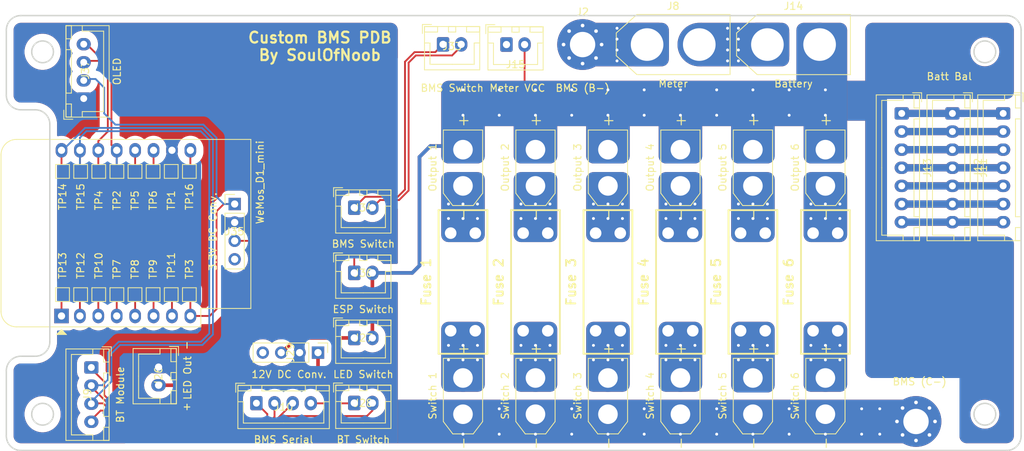
<source format=kicad_pcb>
(kicad_pcb (version 20221018) (generator pcbnew)
  (layers (0 "F.Cu" signal) (31 "B.Cu" signal) (34 "B.Paste" user) (35 "F.Paste" user) (36 "B.SilkS" user "B.Silkscreen") (37 "F.SilkS" user "F.Silkscreen") (38 "B.Mask" user) (39 "F.Mask" user) (44 "Edge.Cuts" user))
  (net 0 "")
  (net 1 "GND")
  (net 2 "+24V")
  (net 3 "Net-(J2-Pad1)")
  (net 4 "Net-(J16-Pad1)")
  (net 5 "Net-(J17-Pad2)")
  (net 6 "+5V")
  (net 7 "GND1")
  (net 8 "Net-(J14-Pad1)")
  (net 9 "Net-(J11-Pad1)")
  (net 10 "Net-(J11-Pad2)")
  (net 11 "Net-(J11-Pad3)")
  (net 12 "Net-(J11-Pad4)")
  (net 13 "Net-(J11-Pad5)")
  (net 14 "Net-(J11-Pad6)")
  (net 15 "Net-(J11-Pad7)")
  (net 16 "Net-(J3-Pad1)")
  (net 17 "Net-(J18-Pad1)")
  (net 18 "Net-(J19-Pad1)")
  (net 19 "Net-(J20-Pad1)")
  (net 20 "Net-(J19-Pad2)")
  (net 21 "Net-(J20-Pad2)")
  (net 22 "Net-(J21-Pad2)")
  (net 23 "+12V")
  (net 25 "Net-(J10-Pad4)")
  (net 26 "Net-(J27-Pad1)")
  (net 28 "Net-(J31-Pad2)")
  (net 29 "Net-(J33-Pad1)")
  (net 30 "Net-(J33-Pad2)")
  (net 31 "VDD")
  (net 32 "+3.3V")
  (net 33 "Net-(J35-Pad3)")
  (net 35 "Net-(J37-Pad3)")
  (net 36 "Net-(J37-Pad4)")
  (net 37 "Net-(J30-Pad2)")
  (net 38 "Net-(TP5-Pad1)")
  (net 39 "Net-(TP6-Pad1)")
  (net 40 "Net-(J18-Pad2)")
  (net 41 "Net-(TP7-Pad1)")
  (net 42 "Net-(TP8-Pad1)")
  (net 43 "Net-(TP9-Pad1)")
  (net 44 "Net-(TP10-Pad1)")
  (net 45 "Net-(TP11-Pad1)")
  (net 46 "Net-(TP12-Pad1)")
  (net 47 "Net-(TP13-Pad1)")
  (footprint "Connector_JST:JST_XH_B4B-XH-A_1x04_P2.50mm_Vertical" (layer "F.Cu") (at 92.725 119.05 -90)
    (fp_text reference "J9")
    (fp_text value "BT Module")
  )
  (footprint "Connector_JST:JST_XH_B2B-XH-A_1x02_P2.50mm_Vertical" (layer "F.Cu") (at 129 97)
    (fp_text reference "J34")
    (fp_text value "BMS Switch")
  )
  (footprint "TestPoint:TestPoint_Pad_1.5x1.5mm" (layer "F.Cu") (at 101.25 92)
    (fp_text reference "TP6")
    (fp_text value "TestPoint")
  )
  (footprint "MountingHole:MountingHole_3.5mm_Pad_Via" (layer "F.Cu") (at 206.5 126.5)
    (fp_text reference "J1")
    (fp_text value "BMS (C-)")
  )
  (footprint "Connector_JST:JST_XH_B2B-XH-A_1x02_P2.50mm_Vertical" (layer "F.Cu") (at 129 106)
    (fp_text reference "J36")
    (fp_text value "ESP Switch")
  )
  (footprint "Fuseholder3557:Fuseholder3557" (layer "F.Cu") (at 194 107.25 90)
    (fp_text reference "J31")
    (fp_text value "Fuse 6")
  )
  (footprint "Module:WEMOS_D1_mini_light" (layer "F.Cu") (at 88.61 111.945 90)
    (fp_text reference "U1" hide)
    (fp_text value "WeMos_D1_mini")
  )
  (footprint "Connector_PinHeader_2.54mm:PinHeader_1x04_P2.54mm_Vertical" (layer "F.Cu") (at 112.5 96.5)
    (fp_text reference "J35")
    (fp_text value "3.3V DC Conv.")
  )
  (footprint "Connector_JST:JST_XH_B2B-XH-A_1x02_P2.50mm_Vertical" (layer "F.Cu") (at 102 119 -90)
    (fp_text reference "J26")
    (fp_text value "LED Out")
  )
  (footprint "Connector_AMASS:AMASS_XT30U-M_1x02_P5.0mm_Vertical_CUSTOM" (layer "F.Cu") (at 184 125.5 90)
    (fp_text reference "J17")
    (fp_text value "Switch 5")
  )
  (footprint "TestPoint:TestPoint_Pad_1.5x1.5mm" (layer "F.Cu") (at 88.75 92)
    (fp_text reference "TP14")
    (fp_text value "TestPoint")
  )
  (footprint "Connector_JST:JST_XH_B4B-XH-A_1x04_P2.50mm_Vertical" (layer "F.Cu") (at 115.5 123.975)
    (fp_text reference "J10")
    (fp_text value "BMS Serial")
  )
  (footprint "Connector_AMASS:AMASS_XT30U-M_1x02_P5.0mm_Vertical_CUSTOM" (layer "F.Cu") (at 194 125.5 90)
    (fp_text reference "J30")
    (fp_text value "Switch 6")
  )
  (footprint "TestPoint:TestPoint_Pad_1.5x1.5mm" (layer "F.Cu") (at 106.25 92)
    (fp_text reference "TP16")
    (fp_text value "TestPoint")
  )
  (footprint "Connector_JST:JST_XH_B7B-XH-A_1x07_P2.50mm_Vertical" (layer "F.Cu") (at 204.525 84 -90)
    (fp_text reference "J13")
    (fp_text value "Batt Bal")
  )
  (footprint "Connector_JST:JST_XH_B4B-XH-A_1x04_P2.50mm_Vertical" (layer "F.Cu") (at 91.675 81.95 90)
    (fp_text reference "J37")
    (fp_text value "OLED")
  )
  (footprint "Fuseholder3557:Fuseholder3557" (layer "F.Cu") (at 164 107.25 90)
    (fp_text reference "J19")
    (fp_text value "Fuse 3")
  )
  (footprint "Connector_AMASS:AMASS_XT30U-M_1x02_P5.0mm_Vertical_CUSTOM" (layer "F.Cu") (at 174 125.5 90)
    (fp_text reference "J7")
    (fp_text value "Switch 4")
  )
  (footprint "TestPoint:TestPoint_Pad_1.5x1.5mm" (layer "F.Cu") (at 91.25 109)
    (fp_text reference "TP12")
    (fp_text value "TestPoint")
  )
  (footprint "TestPoint:TestPoint_Pad_1.5x1.5mm" (layer "F.Cu") (at 103.75 92)
    (fp_text reference "TP1")
    (fp_text value "TestPoint")
  )
  (footprint "TestPoint:TestPoint_Pad_1.5x1.5mm" (layer "F.Cu") (at 106.25 109)
    (fp_text reference "TP3")
    (fp_text value "TestPoint")
  )
  (footprint "Connector_AMASS:AMASS_XT30U-M_1x02_P5.0mm_Vertical_CUSTOM" (layer "F.Cu") (at 144 125.5 90)
    (fp_text reference "J4")
    (fp_text value "Switch 1")
  )
  (footprint "Connector_JST:JST_XH_B2B-XH-A_1x02_P2.50mm_Vertical" (layer "F.Cu") (at 129 114.975)
    (fp_text reference "J27")
    (fp_text value "LED Switch")
  )
  (footprint "Connector_JST:JST_XH_B2B-XH-A_1x02_P2.50mm_Vertical" (layer "F.Cu") (at 141.25 74.475)
    (fp_text reference "J33")
    (fp_text value "BMS Switch")
  )
  (footprint "TestPoint:TestPoint_Pad_1.5x1.5mm" (layer "F.Cu") (at 101.25 109)
    (fp_text reference "TP9")
    (fp_text value "TestPoint")
  )
  (footprint "Connector_AMASS:AMASS_XT60-M_1x02_P7.20mm_Vertical" (layer "F.Cu") (at 169.4 74.5)
    (fp_text reference "J8")
    (fp_text value "Meter")
  )
  (footprint "MountingHole:MountingHole_3.5mm_Pad_Via" (layer "F.Cu") (at 160.5 74.5)
    (fp_text reference "J2")
    (fp_text value "BMS (B-)")
  )
  (footprint "Connector_JST:JST_XH_B7B-XH-A_1x07_P2.50mm_Vertical" (layer "F.Cu") (at 218.525 84 -90)
    (fp_text reference "J11")
    (fp_text value "Panel Bal")
  )
  (footprint "Connector_AMASS:AMASS_XT30U-M_1x02_P5.0mm_Vertical_CUSTOM" (layer "F.Cu") (at 194 94 90)
    (fp_text reference "J32")
    (fp_text value "Output 6")
  )
  (footprint "Connector_AMASS:AMASS_XT60-M_1x02_P7.20mm_Vertical" (layer "F.Cu") (at 186 74.5)
    (fp_text reference "J14")
    (fp_text value "Battery")
  )
  (footprint "Fuseholder3557:Fuseholder3557" (layer "F.Cu") (at 154 107.25 90)
    (fp_text reference "J18")
    (fp_text value "Fuse 2")
  )
  (footprint "Connector_JST:JST_XH_B7B-XH-A_1x07_P2.50mm_Vertical" (layer "F.Cu") (at 211.525 84 -90)
    (fp_text reference "J12")
    (fp_text value "BMS Bal")
  )
  (footprint "Connector_AMASS:AMASS_XT30U-M_1x02_P5.0mm_Vertical_CUSTOM" (layer "F.Cu") (at 184 94 90)
    (fp_text reference "J25")
    (fp_text value "Output 5")
  )
  (footprint "Connector_AMASS:AMASS_XT30U-M_1x02_P5.0mm_Vertical_CUSTOM" (layer "F.Cu") (at 144 94 90)
    (fp_text reference "J16")
    (fp_text value "Output 1")
  )
  (footprint "Connector_PinHeader_2.54mm:PinHeader_1x04_P2.54mm_Vertical" (layer "F.Cu") (at 124 117 -90)
    (fp_text reference "J29")
    (fp_text value "12V DC Conv.")
  )
  (footprint "TestPoint:TestPoint_Pad_1.5x1.5mm" (layer "F.Cu") (at 98.75 109)
    (fp_text reference "TP8")
    (fp_text value "TestPoint")
  )
  (footprint "Fuseholder3557:Fuseholder3557" (layer "F.Cu") (at 144 107.25 90)
    (fp_text reference "J3")
    (fp_text value "Fuse 1")
  )
  (footprint "TestPoint:TestPoint_Pad_1.5x1.5mm" (layer "F.Cu") (at 93.75 92)
    (fp_text reference "TP4")
    (fp_text value "TestPoint")
  )
  (footprint "TestPoint:TestPoint_Pad_1.5x1.5mm" (layer "F.Cu") (at 103.75 109)
    (fp_text reference "TP11")
    (fp_text value "TestPoint")
  )
  (footprint "Fuseholder3557:Fuseholder3557" (layer "F.Cu") (at 184 107.25 90)
    (fp_text reference "J21")
    (fp_text value "Fuse 5")
  )
  (footprint "Connector_JST:JST_XH_B2B-XH-A_1x02_P2.50mm_Vertical" (layer "F.Cu") (at 150 74.5)
    (fp_text reference "J15")
    (fp_text value "Meter VCC")
  )
  (footprint "Connector_AMASS:AMASS_XT30U-M_1x02_P5.0mm_Vertical_CUSTOM" (layer "F.Cu") (at 154 94 90)
    (fp_text reference "J22")
    (fp_text value "Output 2")
  )
  (footprint "TestPoint:TestPoint_Pad_1.5x1.5mm" (layer "F.Cu") (at 91.25 92)
    (fp_text reference "TP15")
    (fp_text value "TestPoint")
  )
  (footprint "TestPoint:TestPoint_Pad_1.5x1.5mm" (layer "F.Cu") (at 93.75 109)
    (fp_text reference "TP10")
    (fp_text value "TestPoint")
  )
  (footprint "TestPoint:TestPoint_Pad_1.5x1.5mm" (layer "F.Cu") (at 96.25 109)
    (fp_text reference "TP7")
    (fp_text value "TestPoint")
  )
  (footprint "Connector_AMASS:AMASS_XT30U-M_1x02_P5.0mm_Vertical_CUSTOM" (layer "F.Cu") (at 164 125.5 90)
    (fp_text reference "J6")
    (fp_text value "Switch 3")
  )
  (footprint "Connector_JST:JST_XH_B2B-XH-A_1x02_P2.50mm_Vertical" (layer "F.Cu") (at 129 123.95)
    (fp_text reference "J28")
    (fp_text value "BT Switch")
  )
  (footprint "Connector_AMASS:AMASS_XT30U-M_1x02_P5.0mm_Vertical_CUSTOM" (layer "F.Cu") (at 164 94 90)
    (fp_text reference "J23")
    (fp_text value "Output 3")
  )
  (footprint "Connector_AMASS:AMASS_XT30U-M_1x02_P5.0mm_Vertical_CUSTOM" (layer "F.Cu") (at 174 94 90)
    (fp_text reference "J24")
    (fp_text value "Output 4")
  )
  (footprint "TestPoint:TestPoint_Pad_1.5x1.5mm" (layer "F.Cu") (at 98.75 92)
    (fp_text reference "TP5")
    (fp_text value "TestPoint")
  )
  (footprint "TestPoint:TestPoint_Pad_1.5x1.5mm" (layer "F.Cu") (at 88.75 109)
    (fp_text reference "TP13")
    (fp_text value "TestPoint")
  )
  (footprint "TestPoint:TestPoint_Pad_1.5x1.5mm" (layer "F.Cu") (at 96.25 92)
    (fp_text reference "TP2")
    (fp_text value "TestPoint")
  )
  (footprint "Connector_AMASS:AMASS_XT30U-M_1x02_P5.0mm_Vertical_CUSTOM" (layer "F.Cu") (at 154 125.5 90)
    (fp_text reference "J5")
    (fp_text value "Switch 2")
  )
  (footprint "Fuseholder3557:Fuseholder3557" (layer "F.Cu") (at 174 107.25 90)
    (fp_text reference "J20")
    (fp_text value "Fuse 4")
  )
  (gr_arc (start 85 83.5) (mid 86.414214 84.085786) (end 87 85.5) (stroke (width 0.2)) (layer "Edge.Cuts"))
  (gr_line (start 81 72.5) (end 81 81.5) (stroke (width 0.2)) (layer "Edge.Cuts"))
  (gr_arc (start 219 70.5) (mid 220.414214 71.085786) (end 221 72.5) (stroke (width 0.2)) (layer "Edge.Cuts"))
  (gr_arc (start 83 83.5) (mid 81.585786 82.914214) (end 81 81.5) (stroke (width 0.2)) (layer "Edge.Cuts"))
  (gr_line (start 83 130.5) (end 219 130.5) (stroke (width 0.2)) (layer "Edge.Cuts"))
  (gr_circle (center 86 125.5) (end 86 124) (stroke (width 0.2)) (fill none) (layer "Edge.Cuts"))
  (gr_arc (start 221 128.5) (mid 220.414214 129.914214) (end 219 130.5) (stroke (width 0.2)) (layer "Edge.Cuts"))
  (gr_line (start 81 119.5) (end 81 128.5) (stroke (width 0.2)) (layer "Edge.Cuts"))
  (gr_line (start 219 70.5) (end 83 70.5) (stroke (width 0.2)) (layer "Edge.Cuts"))
  (gr_circle (center 216 75.5) (end 216 74) (stroke (width 0.2)) (fill none) (layer "Edge.Cuts"))
  (gr_arc (start 87 115.5) (mid 86.414214 116.914214) (end 85 117.5) (stroke (width 0.2)) (layer "Edge.Cuts"))
  (gr_circle (center 86 75.5) (end 86 74) (stroke (width 0.2)) (fill none) (layer "Edge.Cuts"))
  (gr_arc (start 81 72.5) (mid 81.585786 71.085786) (end 83 70.5) (stroke (width 0.2)) (layer "Edge.Cuts"))
  (gr_arc (start 81 119.5) (mid 81.585786 118.085786) (end 83 117.5) (stroke (width 0.2)) (layer "Edge.Cuts"))
  (gr_arc (start 83 130.5) (mid 81.585786 129.914214) (end 81 128.5) (stroke (width 0.2)) (layer "Edge.Cuts"))
  (gr_line (start 87 85.5) (end 87 115.5) (stroke (width 0.2)) (layer "Edge.Cuts"))
  (gr_line (start 83 83.5) (end 85 83.5) (stroke (width 0.2)) (layer "Edge.Cuts"))
  (gr_line (start 221 128.5) (end 221 72.5) (stroke (width 0.2)) (layer "Edge.Cuts"))
  (gr_line (start 85 117.5) (end 83 117.5) (stroke (width 0.2)) (layer "Edge.Cuts"))
  (gr_circle (center 216 125.5) (end 216 124) (stroke (width 0.2)) (fill none) (layer "Edge.Cuts"))
  (gr_text "Custom BMS PDB\nBy SoulOfNoob" (at 124.25 74.75) (layer "F.SilkS") (effects (font (size 1.5 1.5) (thickness 0.3))))
  (segment (start 103.85 89.085) (end 103.85 91.85) (width 0.25) (layer "F.Cu") (net 1))
  (via (at 159 124.75) (size 0.8) (drill 0.4) (layers "F.Cu" "B.Cu") (net 1))
  (via (at 144 128.25) (size 0.8) (drill 0.4) (layers "F.Cu" "B.Cu") (net 1))
  (via (at 174 128.25) (size 0.8) (drill 0.4) (layers "F.Cu" "B.Cu") (net 1))
  (via (at 179 128.25) (size 0.8) (drill 0.4) (layers "F.Cu" "B.Cu") (net 1))
  (via (at 159 128.25) (size 0.8) (drill 0.4) (layers "F.Cu" "B.Cu") (net 1))
  (via (at 164 128.25) (size 0.8) (drill 0.4) (layers "F.Cu" "B.Cu") (net 1))
  (via (at 201.5 128.25) (size 0.8) (drill 0.4) (layers "F.Cu" "B.Cu") (net 1))
  (via (at 169 128.25) (size 0.8) (drill 0.4) (layers "F.Cu" "B.Cu") (net 1))
  (via (at 184 128.25) (size 0.8) (drill 0.4) (layers "F.Cu" "B.Cu") (net 1))
  (via (at 194 128.25) (size 0.8) (drill 0.4) (layers "F.Cu" "B.Cu") (net 1))
  (via (at 199 124.75) (size 0.8) (drill 0.4) (layers "F.Cu" "B.Cu") (net 1))
  (via (at 189 128.25) (size 0.8) (drill 0.4) (layers "F.Cu" "B.Cu") (net 1))
  (via (at 149 128.25) (size 0.8) (drill 0.4) (layers "F.Cu" "B.Cu") (net 1))
  (via (at 201.5 124.75) (size 0.8) (drill 0.4) (layers "F.Cu" "B.Cu") (net 1))
  (via (at 199 128.25) (size 0.8) (drill 0.4) (layers "F.Cu" "B.Cu") (net 1))
  (via (at 154 128.25) (size 0.8) (drill 0.4) (layers "F.Cu" "B.Cu") (net 1))
  (via (at 179 124.75) (size 0.8) (drill 0.4) (layers "F.Cu" "B.Cu") (net 1))
  (via (at 169 124.75) (size 0.8) (drill 0.4) (layers "F.Cu" "B.Cu") (net 1))
  (via (at 149 124.75) (size 0.8) (drill 0.4) (layers "F.Cu" "B.Cu") (net 1))
  (via (at 189 124.75) (size 0.8) (drill 0.4) (layers "F.Cu" "B.Cu") (net 1))
  (segment (start 121.5 116.04) (end 121.54 116) (width 0.25) (layer "B.Cu") (net 1))
  (segment (start 154 83) (end 152.5 81.5) (width 0.25) (layer "F.Cu") (net 2))
  (segment (start 137 106) (end 138 105) (width 0.5) (layer "F.Cu") (net 2))
  (segment (start 139.5 88.5) (end 144 88.5) (width 0.5) (layer "F.Cu") (net 2))
  (segment (start 154 88.5) (end 154 83) (width 0.25) (layer "F.Cu") (net 2))
  (segment (start 131.5 106) (end 131.5 114.975) (width 0.5) (layer "F.Cu") (net 2))
  (segment (start 138 90) (end 139.5 88.5) (width 0.5) (layer "F.Cu") (net 2))
  (segment (start 138 105) (end 138 90) (width 0.5) (layer "F.Cu") (net 2))
  (segment (start 152.5 81.5) (end 152.5 74.5) (width 0.25) (layer "F.Cu") (net 2))
  (segment (start 131.5 106) (end 137 106) (width 0.5) (layer "F.Cu") (net 2))
  (via (at 179 80.75) (size 0.8) (drill 0.4) (layers "F.Cu" "B.Cu") (net 2))
  (via (at 154 84.25) (size 0.8) (drill 0.4) (layers "F.Cu" "B.Cu") (net 2))
  (via (at 169 80.75) (size 0.8) (drill 0.4) (layers "F.Cu" "B.Cu") (net 2))
  (via (at 154 80.75) (size 0.8) (drill 0.4) (layers "F.Cu" "B.Cu") (net 2))
  (via (at 159 80.75) (size 0.8) (drill 0.4) (layers "F.Cu" "B.Cu") (net 2))
  (via (at 174 84.25) (size 0.8) (drill 0.4) (layers "F.Cu" "B.Cu") (net 2))
  (via (at 169 84.25) (size 0.8) (drill 0.4) (layers "F.Cu" "B.Cu") (net 2))
  (via (at 149 80.75) (size 0.8) (drill 0.4) (layers "F.Cu" "B.Cu") (net 2))
  (via (at 189 80.75) (size 0.8) (drill 0.4) (layers "F.Cu" "B.Cu") (net 2))
  (via (at 164 84.25) (size 0.8) (drill 0.4) (layers "F.Cu" "B.Cu") (net 2))
  (via (at 189 84.25) (size 0.8) (drill 0.4) (layers "F.Cu" "B.Cu") (net 2))
  (via (at 179 84.25) (size 0.8) (drill 0.4) (layers "F.Cu" "B.Cu") (net 2))
  (via (at 144 84.25) (size 0.8) (drill 0.4) (layers "F.Cu" "B.Cu") (net 2))
  (via (at 194 84.25) (size 0.8) (drill 0.4) (layers "F.Cu" "B.Cu") (net 2))
  (via (at 174 80.75) (size 0.8) (drill 0.4) (layers "F.Cu" "B.Cu") (net 2))
  (via (at 184 80.75) (size 0.8) (drill 0.4) (layers "F.Cu" "B.Cu") (net 2))
  (via (at 159 84.25) (size 0.8) (drill 0.4) (layers "F.Cu" "B.Cu") (net 2))
  (via (at 149 84.25) (size 0.8) (drill 0.4) (layers "F.Cu" "B.Cu") (net 2))
  (via (at 184 84.25) (size 0.8) (drill 0.4) (layers "F.Cu" "B.Cu") (net 2))
  (via (at 164 80.75) (size 0.8) (drill 0.4) (layers "F.Cu" "B.Cu") (net 2))
  (via (at 194 80.75) (size 0.8) (drill 0.4) (layers "F.Cu" "B.Cu") (net 2))
  (via (at 144 80.75) (size 0.8) (drill 0.4) (layers "F.Cu" "B.Cu") (net 2))
  (segment (start 138 90) (end 139.5 88.5) (width 0.5) (layer "B.Cu") (net 2))
  (segment (start 137 106) (end 138 105) (width 0.5) (layer "B.Cu") (net 2))
  (segment (start 131.5 106) (end 137 106) (width 0.5) (layer "B.Cu") (net 2))
  (segment (start 138 105) (end 138 90) (width 0.5) (layer "B.Cu") (net 2))
  (segment (start 139.5 88.5) (end 144 88.5) (width 0.5) (layer "B.Cu") (net 2))
  (via (at 165.25 72.25) (size 0.8) (drill 0.4) (layers "F.Cu" "B.Cu") (net 3))
  (via (at 165.25 75.25) (size 0.8) (drill 0.4) (layers "F.Cu" "B.Cu") (net 3))
  (via (at 165.25 73.75) (size 0.8) (drill 0.4) (layers "F.Cu" "B.Cu") (net 3))
  (via (at 165.25 76.75) (size 0.8) (drill 0.4) (layers "F.Cu" "B.Cu") (net 3))
  (via (at 144 96.5) (size 0.8) (drill 0.4) (layers "F.Cu" "B.Cu") (net 4))
  (via (at 146 98.5) (size 0.8) (drill 0.4) (layers "F.Cu" "B.Cu") (net 4))
  (via (at 142 96.5) (size 0.8) (drill 0.4) (layers "F.Cu" "B.Cu") (net 4))
  (via (at 144 98.5) (size 0.8) (drill 0.4) (layers "F.Cu" "B.Cu") (net 4))
  (via (at 142 98.5) (size 0.8) (drill 0.4) (layers "F.Cu" "B.Cu") (net 4))
  (via (at 146 96.5) (size 0.8) (drill 0.4) (layers "F.Cu" "B.Cu") (net 4))
  (via (at 184 116) (size 0.8) (drill 0.4) (layers "F.Cu" "B.Cu") (net 5))
  (via (at 184 118) (size 0.8) (drill 0.4) (layers "F.Cu" "B.Cu") (net 5))
  (via (at 182 118) (size 0.8) (drill 0.4) (layers "F.Cu" "B.Cu") (net 5))
  (via (at 186 116) (size 0.8) (drill 0.4) (layers "F.Cu" "B.Cu") (net 5))
  (via (at 182 116) (size 0.8) (drill 0.4) (layers "F.Cu" "B.Cu") (net 5))
  (via (at 186 118) (size 0.8) (drill 0.4) (layers "F.Cu" "B.Cu") (net 5))
  (segment (start 106.39 89.085) (end 106.39 91.89) (width 0.25) (layer "F.Cu") (net 6))
  (segment (start 94.727208 125) (end 98.227208 128.5) (width 0.25) (layer "F.Cu") (net 7))
  (segment (start 131.5 125) (end 131.5 123.95) (width 0.25) (layer "F.Cu") (net 7))
  (segment (start 116.7 128.5) (end 119.45 125.75) (width 0.25) (layer "F.Cu") (net 7))
  (segment (start 130.75 125.75) (end 131.5 125) (width 0.25) (layer "F.Cu") (net 7))
  (segment (start 119.45 125.75) (end 130.75 125.75) (width 0.25) (layer "F.Cu") (net 7))
  (segment (start 94 125) (end 94.727208 125) (width 0.25) (layer "F.Cu") (net 7))
  (segment (start 92.5 126.5) (end 94 125) (width 0.25) (layer "F.Cu") (net 7))
  (segment (start 98.227208 128.5) (end 116.7 128.5) (width 0.25) (layer "F.Cu") (net 7))
  (via (at 180.5 72.25) (size 0.8) (drill 0.4) (layers "F.Cu" "B.Cu") (net 8))
  (via (at 182 72.25) (size 0.8) (drill 0.4) (layers "F.Cu" "B.Cu") (net 8))
  (via (at 182 76.75) (size 0.8) (drill 0.4) (layers "F.Cu" "B.Cu") (net 8))
  (via (at 180.5 76.75) (size 0.8) (drill 0.4) (layers "F.Cu" "B.Cu") (net 8))
  (via (at 182 73.75) (size 0.8) (drill 0.4) (layers "F.Cu" "B.Cu") (net 8))
  (via (at 182 75.25) (size 0.8) (drill 0.4) (layers "F.Cu" "B.Cu") (net 8))
  (via (at 180.5 73.75) (size 0.8) (drill 0.4) (layers "F.Cu" "B.Cu") (net 8))
  (via (at 180.5 75.25) (size 0.8) (drill 0.4) (layers "F.Cu" "B.Cu") (net 8))
  (segment (start 204.525 84) (end 218.525 84) (width 1) (layer "F.Cu") (net 9))
  (segment (start 218.525 84) (end 204.525 84) (width 1) (layer "B.Cu") (net 9))
  (segment (start 218.525 86.5) (end 204.525 86.5) (width 1) (layer "F.Cu") (net 10))
  (segment (start 204.525 86.5) (end 218.525 86.5) (width 1) (layer "B.Cu") (net 10))
  (segment (start 204.525 89) (end 218.525 89) (width 1) (layer "F.Cu") (net 11))
  (segment (start 218.525 89) (end 204.525 89) (width 1) (layer "B.Cu") (net 11))
  (segment (start 218.525 91.5) (end 204.525 91.5) (width 1) (layer "F.Cu") (net 12))
  (segment (start 204.525 91.5) (end 218.525 91.5) (width 1) (layer "B.Cu") (net 12))
  (segment (start 204.525 94) (end 218.525 94) (width 1) (layer "F.Cu") (net 13))
  (segment (start 218.525 94) (end 204.525 94) (width 1) (layer "B.Cu") (net 13))
  (segment (start 218.525 96.5) (end 204.525 96.5) (width 1) (layer "F.Cu") (net 14))
  (segment (start 204.525 96.5) (end 218.525 96.5) (width 1) (layer "B.Cu") (net 14))
  (segment (start 204.525 99) (end 218.525 99) (width 1) (layer "F.Cu") (net 15))
  (segment (start 218.525 99) (end 204.525 99) (width 1) (layer "B.Cu") (net 15))
  (via (at 142 116) (size 0.8) (drill 0.4) (layers "F.Cu" "B.Cu") (net 16))
  (via (at 144 118) (size 0.8) (drill 0.4) (layers "F.Cu" "B.Cu") (net 16))
  (via (at 142 118) (size 0.8) (drill 0.4) (layers "F.Cu" "B.Cu") (net 16))
  (via (at 146 116) (size 0.8) (drill 0.4) (layers "F.Cu" "B.Cu") (net 16))
  (via (at 144 116) (size 0.8) (drill 0.4) (layers "F.Cu" "B.Cu") (net 16))
  (via (at 146 118) (size 0.8) (drill 0.4) (layers "F.Cu" "B.Cu") (net 16))
  (via (at 152 116) (size 0.8) (drill 0.4) (layers "F.Cu" "B.Cu") (net 17))
  (via (at 156 116) (size 0.8) (drill 0.4) (layers "F.Cu" "B.Cu") (net 17))
  (via (at 152 118) (size 0.8) (drill 0.4) (layers "F.Cu" "B.Cu") (net 17))
  (via (at 156 118) (size 0.8) (drill 0.4) (layers "F.Cu" "B.Cu") (net 17))
  (via (at 154 118) (size 0.8) (drill 0.4) (layers "F.Cu" "B.Cu") (net 17))
  (via (at 154 116) (size 0.8) (drill 0.4) (layers "F.Cu" "B.Cu") (net 17))
  (via (at 162 118) (size 0.8) (drill 0.4) (layers "F.Cu" "B.Cu") (net 18))
  (via (at 164 116) (size 0.8) (drill 0.4) (layers "F.Cu" "B.Cu") (net 18))
  (via (at 162 116) (size 0.8) (drill 0.4) (layers "F.Cu" "B.Cu") (net 18))
  (via (at 164 118) (size 0.8) (drill 0.4) (layers "F.Cu" "B.Cu") (net 18))
  (via (at 166 118) (size 0.8) (drill 0.4) (layers "F.Cu" "B.Cu") (net 18))
  (via (at 166 116) (size 0.8) (drill 0.4) (layers "F.Cu" "B.Cu") (net 18))
  (via (at 174 118) (size 0.8) (drill 0.4) (layers "F.Cu" "B.Cu") (net 19))
  (via (at 176 116) (size 0.8) (drill 0.4) (layers "F.Cu" "B.Cu") (net 19))
  (via (at 174 116) (size 0.8) (drill 0.4) (layers "F.Cu" "B.Cu") (net 19))
  (via (at 172 118) (size 0.8) (drill 0.4) (layers "F.Cu" "B.Cu") (net 19))
  (via (at 172 116) (size 0.8) (drill 0.4) (layers "F.Cu" "B.Cu") (net 19))
  (via (at 176 118) (size 0.8) (drill 0.4) (layers "F.Cu" "B.Cu") (net 19))
  (via (at 164 98.5) (size 0.8) (drill 0.4) (layers "F.Cu" "B.Cu") (net 20))
  (via (at 162 96.5) (size 0.8) (drill 0.4) (layers "F.Cu" "B.Cu") (net 20))
  (via (at 164 96.5) (size 0.8) (drill 0.4) (layers "F.Cu" "B.Cu") (net 20))
  (via (at 166 96.5) (size 0.8) (drill 0.4) (layers "F.Cu" "B.Cu") (net 20))
  (via (at 162 98.5) (size 0.8) (drill 0.4) (layers "F.Cu" "B.Cu") (net 20))
  (via (at 166 98.5) (size 0.8) (drill 0.4) (layers "F.Cu" "B.Cu") (net 20))
  (via (at 174 98.5) (size 0.8) (drill 0.4) (layers "F.Cu" "B.Cu") (net 21))
  (via (at 172 96.5) (size 0.8) (drill 0.4) (layers "F.Cu" "B.Cu") (net 21))
  (via (at 172 98.5) (size 0.8) (drill 0.4) (layers "F.Cu" "B.Cu") (net 21))
  (via (at 174 96.5) (size 0.8) (drill 0.4) (layers "F.Cu" "B.Cu") (net 21))
  (via (at 176 96.5) (size 0.8) (drill 0.4) (layers "F.Cu" "B.Cu") (net 21))
  (via (at 176 98.5) (size 0.8) (drill 0.4) (layers "F.Cu" "B.Cu") (net 21))
  (via (at 184 96.5) (size 0.8) (drill 0.4) (layers "F.Cu" "B.Cu") (net 22))
  (via (at 186 96.5) (size 0.8) (drill 0.4) (layers "F.Cu" "B.Cu") (net 22))
  (via (at 182 98.5) (size 0.8) (drill 0.4) (layers "F.Cu" "B.Cu") (net 22))
  (via (at 184 98.5) (size 0.8) (drill 0.4) (layers "F.Cu" "B.Cu") (net 22))
  (via (at 186 98.5) (size 0.8) (drill 0.4) (layers "F.Cu" "B.Cu") (net 22))
  (via (at 182 96.5) (size 0.8) (drill 0.4) (layers "F.Cu" "B.Cu") (net 22))
  (segment (start 124 120) (end 122.5 121.5) (width 0.5) (layer "F.Cu") (net 23))
  (segment (start 122.5 121.5) (end 102 121.5) (width 0.5) (layer "F.Cu") (net 23))
  (segment (start 124 117) (end 124 120) (width 0.5) (layer "F.Cu") (net 23))
  (segment (start 128.95 124) (end 123.025 124) (width 0.25) (layer "F.Cu") (net 25))
  (segment (start 128.975 123.975) (end 128.95 124) (width 0.25) (layer "F.Cu") (net 25))
  (segment (start 123.025 124) (end 123 123.975) (width 0.25) (layer "F.Cu") (net 25))
  (segment (start 129 114.975) (end 121.025 114.975) (width 0.5) (layer "F.Cu") (net 26))
  (segment (start 121.025 114.975) (end 119 117) (width 0.5) (layer "F.Cu") (net 26))
  (segment (start 119 117) (end 118.92 117) (width 0.5) (layer "F.Cu") (net 26))
  (via (at 192 98.5) (size 0.8) (drill 0.4) (layers "F.Cu" "B.Cu") (net 28))
  (via (at 194 98.5) (size 0.8) (drill 0.4) (layers "F.Cu" "B.Cu") (net 28))
  (via (at 196 98.5) (size 0.8) (drill 0.4) (layers "F.Cu" "B.Cu") (net 28))
  (via (at 192 96.5) (size 0.8) (drill 0.4) (layers "F.Cu" "B.Cu") (net 28))
  (via (at 196 96.5) (size 0.8) (drill 0.4) (layers "F.Cu" "B.Cu") (net 28))
  (via (at 194 96.5) (size 0.8) (drill 0.4) (layers "F.Cu" "B.Cu") (net 28))
  (segment (start 140.175 75.55) (end 141.25 74.475) (width 0.25) (layer "F.Cu") (net 29))
  (segment (start 137.313604 75.55) (end 140.175 75.55) (width 0.25) (layer "F.Cu") (net 29))
  (segment (start 136 94.5) (end 136 76.863604) (width 0.25) (layer "F.Cu") (net 29))
  (segment (start 130.5 95.5) (end 135 95.5) (width 0.25) (layer "F.Cu") (net 29))
  (segment (start 129 97) (end 130.5 95.5) (width 0.25) (layer "F.Cu") (net 29))
  (segment (start 136 76.863604) (end 137.313604 75.55) (width 0.25) (layer "F.Cu") (net 29))
  (segment (start 135 95.5) (end 136 94.5) (width 0.25) (layer "F.Cu") (net 29))
  (segment (start 143.75 74.389214) (end 143.75 74.75) (width 0.25) (layer "F.Cu") (net 30))
  (segment (start 136.5 94.636396) (end 135.186396 95.95) (width 0.25) (layer "F.Cu") (net 30))
  (segment (start 143.75 74.75) (end 142.5 76) (width 0.25) (layer "F.Cu") (net 30))
  (segment (start 136.5 77) (end 136.5 94.636396) (width 0.25) (layer "F.Cu") (net 30))
  (segment (start 142.5 76) (end 137.5 76) (width 0.25) (layer "F.Cu") (net 30))
  (segment (start 135.186396 95.95) (end 132.55 95.95) (width 0.25) (layer "F.Cu") (net 30))
  (segment (start 132.55 95.95) (end 131.5 97) (width 0.25) (layer "F.Cu") (net 30))
  (segment (start 137.5 76) (end 136.5 77) (width 0.25) (layer "F.Cu") (net 30))
  (segment (start 117 125.475) (end 115.5 123.975) (width 0.25) (layer "F.Cu") (net 31))
  (segment (start 92.5 119) (end 94.5 121) (width 0.25) (layer "F.Cu") (net 31))
  (segment (start 98.636396 127) (end 116.227208 127) (width 0.25) (layer "F.Cu") (net 31))
  (segment (start 94.5 122.863604) (end 98.636396 127) (width 0.25) (layer "F.Cu") (net 31))
  (segment (start 94.5 121) (end 94.5 122.863604) (width 0.25) (layer "F.Cu") (net 31))
  (segment (start 116.227208 127) (end 117 126.227208) (width 0.25) (layer "F.Cu") (net 31))
  (segment (start 117 126.227208) (end 117 125.475) (width 0.25) (layer "F.Cu") (net 31))
  (segment (start 110 97.5) (end 110 111) (width 0.25) (layer "F.Cu") (net 32))
  (segment (start 110 111) (end 109.055 111.945) (width 0.25) (layer "F.Cu") (net 32))
  (segment (start 112.5 96.5) (end 111 96.5) (width 0.25) (layer "F.Cu") (net 32))
  (segment (start 106.39 111.945) (end 106.39 109.11) (width 0.25) (layer "F.Cu") (net 32))
  (segment (start 111 96.5) (end 110 97.5) (width 0.25) (layer "F.Cu") (net 32))
  (segment (start 109.055 111.945) (end 106.39 111.945) (width 0.25) (layer "F.Cu") (net 32))
  (segment (start 112 96.5) (end 111 96.5) (width 0.25) (layer "B.Cu") (net 32))
  (segment (start 94.5 80.44375) (end 93.30625 79.25) (width 0.25) (layer "B.Cu") (net 32))
  (segment (start 94.5 84) (end 94.5 80.44375) (width 0.25) (layer "B.Cu") (net 32))
  (segment (start 110 95.5) (end 110 87.363604) (width 0.25) (layer "B.Cu") (net 32))
  (segment (start 110 87.363604) (end 108.186396 85.55) (width 0.25) (layer "B.Cu") (net 32))
  (segment (start 93.30625 79.25) (end 91.475 79.25) (width 0.25) (layer "B.Cu") (net 32))
  (segment (start 96.05 85.55) (end 94.5 84) (width 0.25) (layer "B.Cu") (net 32))
  (segment (start 108.186396 85.55) (end 96.05 85.55) (width 0.25) (layer "B.Cu") (net 32))
  (segment (start 111 96.5) (end 110 95.5) (width 0.25) (layer "B.Cu") (net 32))
  (segment (start 128.08 101.58) (end 112.5 101.58) (width 0.25) (layer "F.Cu") (net 33))
  (segment (start 129 106) (end 129 102.5) (width 0.25) (layer "F.Cu") (net 33))
  (segment (start 129 102.5) (end 128.08 101.58) (width 0.25) (layer "F.Cu") (net 33))
  (segment (start 91.475 76.75) (end 93.75 76.75) (width 0.25) (layer "F.Cu") (net 35))
  (segment (start 88.61 89.085) (end 88.61 91.61) (width 0.25) (layer "F.Cu") (net 35))
  (segment (start 120.5 124) (end 116.5 128) (width 0.25) (layer "F.Cu") (net 35))
  (segment (start 88.75 92) (end 88.75 95.05) (width 0.25) (layer "F.Cu") (net 35))
  (segment (start 95 78) (end 95 86.5) (width 0.25) (layer "F.Cu") (net 35))
  (segment (start 93.75 76.75) (end 95 78) (width 0.25) (layer "F.Cu") (net 35))
  (segment (start 93.69 89.085) (end 93.69 91.69) (width 0.25) (layer "F.Cu") (net 35))
  (segment (start 95 86.5) (end 93.69 87.81) (width 0.25) (layer "F.Cu") (net 35))
  (segment (start 89.9 96.2) (end 92.7 96.2) (width 0.25) (layer "F.Cu") (net 35))
  (segment (start 94.363604 124) (end 92.5 124) (width 0.25) (layer "F.Cu") (net 35))
  (segment (start 93.75 95.15) (end 93.75 92) (width 0.25) (layer "F.Cu") (net 35))
  (segment (start 92.7 96.2) (end 93.75 95.15) (width 0.25) (layer "F.Cu") (net 35))
  (segment (start 116.5 128) (end 98.363604 128) (width 0.25) (layer "F.Cu") (net 35))
  (segment (start 93.69 87.81) (end 93.69 89.085) (width 0.25) (layer "F.Cu") (net 35))
  (segment (start 88.75 95.05) (end 89.9 96.2) (width 0.25) (layer "F.Cu") (net 35))
  (segment (start 98.363604 128) (end 94.363604 124) (width 0.25) (layer "F.Cu") (net 35))
  (segment (start 109.5 87.5) (end 108 86) (width 0.25) (layer "B.Cu") (net 35))
  (segment (start 96.686396 115.95) (end 108.05 115.95) (width 0.25) (layer "B.Cu") (net 35))
  (segment (start 108 86) (end 91.863604 86) (width 0.25) (layer "B.Cu") (net 35))
  (segment (start 92.5 124) (end 95.5 121) (width 0.25) (layer "B.Cu") (net 35))
  (segment (start 88.778604 89.085) (end 88.61 89.085) (width 0.25) (layer "B.Cu") (net 35))
  (segment (start 109.5 114.5) (end 109.5 87.5) (width 0.25) (layer "B.Cu") (net 35))
  (segment (start 95.5 121) (end 95.5 117.136396) (width 0.25) (layer "B.Cu") (net 35))
  (segment (start 108.05 115.95) (end 109.5 114.5) (width 0.25) (layer "B.Cu") (net 35))
  (segment (start 95.5 117.136396) (end 96.686396 115.95) (width 0.25) (layer "B.Cu") (net 35))
  (segment (start 91.863604 86) (end 88.778604 89.085) (width 0.25) (layer "B.Cu") (net 35))
  (segment (start 118 125.863604) (end 118 123.975) (width 0.25) (layer "F.Cu") (net 36))
  (segment (start 96.23 89.085) (end 96.23 91.73) (width 0.25) (layer "F.Cu") (net 36))
  (segment (start 98.5 127.5) (end 116.363604 127.5) (width 0.25) (layer "F.Cu") (net 36))
  (segment (start 91.475 74.25) (end 91.886396 74.25) (width 0.25) (layer "F.Cu") (net 36))
  (segment (start 91.886396 74.25) (end 95.5 77.863604) (width 0.25) (layer "F.Cu") (net 36))
  (segment (start 92.5 121.5) (end 98.5 127.5) (width 0.25) (layer "F.Cu") (net 36))
  (segment (start 116.363604 127.5) (end 118 125.863604) (width 0.25) (layer "F.Cu") (net 36))
  (segment (start 91.15 89.085) (end 91.15 91.65) (width 0.25) (layer "F.Cu") (net 36))
  (segment (start 95.5 88.355) (end 96.23 89.085) (width 0.25) (layer "F.Cu") (net 36))
  (segment (start 95.5 77.863604) (end 95.5 88.355) (width 0.25) (layer "F.Cu") (net 36))
  (segment (start 94.25 121.5) (end 95 120.75) (width 0.25) (layer "B.Cu") (net 36))
  (segment (start 107.813604 86.45) (end 92.05 86.45) (width 0.25) (layer "B.Cu") (net 36))
  (segment (start 95 117) (end 96.5 115.5) (width 0.25) (layer "B.Cu") (net 36))
  (segment (start 96.5 115.5) (end 107.863604 115.5) (width 0.25) (layer "B.Cu") (net 36))
  (segment (start 91.15 89.085) (end 91.15 94.05) (width 0.25) (layer "B.Cu") (net 36))
  (segment (start 109 87.636396) (end 107.813604 86.45) (width 0.25) (layer "B.Cu") (net 36))
  (segment (start 92.1 95) (end 95.2 95) (width 0.25) (layer "B.Cu") (net 36))
  (segment (start 107.863604 115.5) (end 109 114.363604) (width 0.25) (layer "B.Cu") (net 36))
  (segment (start 91.15 94.05) (end 92.1 95) (width 0.25) (layer "B.Cu") (net 36))
  (segment (start 109 114.363604) (end 109 87.636396) (width 0.25) (layer "B.Cu") (net 36))
  (segment (start 95.2 95) (end 96.23 93.97) (width 0.25) (layer "B.Cu") (net 36))
  (segment (start 95 120.75) (end 95 117) (width 0.25) (layer "B.Cu") (net 36))
  (segment (start 92.05 86.45) (end 91.15 87.35) (width 0.25) (layer "B.Cu") (net 36))
  (segment (start 91.15 87.35) (end 91.15 89.085) (width 0.25) (layer "B.Cu") (net 36))
  (segment (start 96.23 93.97) (end 96.23 89.085) (width 0.25) (layer "B.Cu") (net 36))
  (segment (start 92.5 121.5) (end 94.25 121.5) (width 0.25) (layer "B.Cu") (net 36))
  (via (at 194 116) (size 0.8) (drill 0.4) (layers "F.Cu" "B.Cu") (net 37))
  (via (at 192 116) (size 0.8) (drill 0.4) (layers "F.Cu" "B.Cu") (net 37))
  (via (at 196 116) (size 0.8) (drill 0.4) (layers "F.Cu" "B.Cu") (net 37))
  (via (at 194 118) (size 0.8) (drill 0.4) (layers "F.Cu" "B.Cu") (net 37))
  (via (at 196 118) (size 0.8) (drill 0.4) (layers "F.Cu" "B.Cu") (net 37))
  (via (at 192 118) (size 0.8) (drill 0.4) (layers "F.Cu" "B.Cu") (net 37))
  (segment (start 98.77 89.085) (end 98.77 91.77) (width 0.25) (layer "F.Cu") (net 38))
  (segment (start 101.31 89.085) (end 101.31 91.81) (width 0.25) (layer "F.Cu") (net 39))
  (via (at 152 98.5) (size 0.8) (drill 0.4) (layers "F.Cu" "B.Cu") (net 40))
  (via (at 154 96.5) (size 0.8) (drill 0.4) (layers "F.Cu" "B.Cu") (net 40))
  (via (at 156 96.5) (size 0.8) (drill 0.4) (layers "F.Cu" "B.Cu") (net 40))
  (via (at 156 98.5) (size 0.8) (drill 0.4) (layers "F.Cu" "B.Cu") (net 40))
  (via (at 154 98.5) (size 0.8) (drill 0.4) (layers "F.Cu" "B.Cu") (net 40))
  (via (at 152 96.5) (size 0.8) (drill 0.4) (layers "F.Cu" "B.Cu") (net 40))
  (segment (start 96.23 109.27) (end 96.5 109) (width 0.25) (layer "F.Cu") (net 41))
  (segment (start 96.23 111.945) (end 96.23 109.27) (width 0.25) (layer "F.Cu") (net 41))
  (segment (start 98.77 111.945) (end 98.77 109.23) (width 0.25) (layer "F.Cu") (net 42))
  (segment (start 101.31 111.945) (end 101.31 109.19) (width 0.25) (layer "F.Cu") (net 43))
  (segment (start 93.69 111.945) (end 93.69 109.31) (width 0.25) (layer "F.Cu") (net 44))
  (segment (start 93.69 109.31) (end 94 109) (width 0.25) (layer "F.Cu") (net 44))
  (segment (start 103.85 111.945) (end 103.85 109.15) (width 0.25) (layer "F.Cu") (net 45))
  (segment (start 91.15 109.35) (end 91.5 109) (width 0.25) (layer "F.Cu") (net 46))
  (segment (start 91.15 111.945) (end 91.15 109.35) (width 0.25) (layer "F.Cu") (net 46))
  (segment (start 88.61 111.945) (end 88.61 109.39) (width 0.25) (layer "F.Cu") (net 47))
  (segment (start 88.61 109.39) (end 89 109) (width 0.25) (layer "F.Cu") (net 47))
  (zone (net 1) (net_name "GND") (layers "F&B.Cu") (connect_pads yes (clearance 1)) (min_thickness 0.254) (fill yes (thermal_gap 0.508) (thermal_bridge_width 0.508) (smoothing fillet) (radius 1))
    (polygon (pts (xy 135 129.5) (xy 82 129.5) (xy 82 71.5) (xy 135 71.5)))
  )
  (zone (net 2) (net_name "+24V") (layers "F&B.Cu") (connect_pads yes (clearance 0.5)) (min_thickness 0.254) (fill yes (thermal_gap 0.508) (thermal_bridge_width 0.508) (smoothing fillet) (radius 1))
    (polygon (pts (xy 199.5 85) (xy 197 85) (xy 197 79.5) (xy 199.5 79.5) (xy 199.5 71.5) (xy 220 71.5) (xy 220 82) (xy 202.5 82) (xy 202.5 101) (xy 220 101) (xy 220 129.494356) (xy 212.5 129.5) (xy 212.5 120.5) (xy 199.5 120.5)))
  )
  (zone (net 8) (net_name "Net-(J14-Pad1)") (layers "F&B.Cu") (connect_pads yes (clearance 0.5)) (min_thickness 0.254) (fill yes (thermal_gap 0.508) (thermal_bridge_width 0.508) (smoothing fillet) (radius 1))
    (polygon (pts (xy 189 77.5) (xy 175.9 77.5) (xy 175.9 71.5) (xy 189 71.5)))
  )
  (zone (net 37) (net_name "Net-(J30-Pad2)") (layers "F&B.Cu") (connect_pads yes (clearance 0.5)) (min_thickness 0.254) (fill yes (thermal_gap 0.508) (thermal_bridge_width 0.508) (smoothing fillet) (radius 1))
    (polygon (pts (xy 197 122.4) (xy 191 122.4) (xy 191 112.75) (xy 197 112.75)))
  )
  (zone (net 17) (net_name "Net-(J18-Pad1)") (layers "F&B.Cu") (connect_pads yes (clearance 0.5)) (min_thickness 0.254) (fill yes (thermal_gap 0.508) (thermal_bridge_width 0.508) (smoothing fillet) (radius 1))
    (polygon (pts (xy 157 122.4) (xy 151 122.4) (xy 151 112.75) (xy 157 112.75)))
  )
  (zone (net 3) (net_name "Net-(J2-Pad1)") (layers "F&B.Cu") (connect_pads yes (clearance 0.5)) (min_thickness 0.254) (fill yes (thermal_gap 0.508) (thermal_bridge_width 0.508) (smoothing fillet) (radius 1))
    (polygon (pts (xy 172.4 77.5) (xy 158.1 77.5) (xy 158.1 71.5) (xy 172.4 71.5)))
  )
  (zone (net 4) (net_name "Net-(J16-Pad1)") (layers "F&B.Cu") (connect_pads yes (clearance 0.5)) (min_thickness 0.254) (fill yes (thermal_gap 0.508) (thermal_bridge_width 0.508) (smoothing fillet) (radius 1))
    (polygon (pts (xy 147 101.75) (xy 141 101.75) (xy 141 92.1) (xy 147 92.1)))
  )
  (zone (net 21) (net_name "Net-(J20-Pad2)") (layers "F&B.Cu") (connect_pads yes (clearance 0.5)) (min_thickness 0.254) (fill yes (thermal_gap 0.508) (thermal_bridge_width 0.508) (smoothing fillet) (radius 1))
    (polygon (pts (xy 177 101.75) (xy 171 101.75) (xy 171 92.1) (xy 177 92.1)))
  )
  (zone (net 20) (net_name "Net-(J19-Pad2)") (layers "F&B.Cu") (connect_pads yes (clearance 0.5)) (min_thickness 0.254) (fill yes (thermal_gap 0.508) (thermal_bridge_width 0.508) (smoothing fillet) (radius 1))
    (polygon (pts (xy 167 101.75) (xy 161 101.75) (xy 161 92.1) (xy 167 92.1)))
  )
  (zone (net 40) (net_name "Net-(J18-Pad2)") (layers "F&B.Cu") (connect_pads yes (clearance 0.5)) (min_thickness 0.254) (fill yes (thermal_gap 0.508) (thermal_bridge_width 0.508) (smoothing fillet) (radius 1))
    (polygon (pts (xy 157 101.75) (xy 151 101.75) (xy 151 92.1) (xy 157 92.1)))
  )
  (zone (net 19) (net_name "Net-(J20-Pad1)") (layers "F&B.Cu") (connect_pads yes (clearance 0.5)) (min_thickness 0.254) (fill yes (thermal_gap 0.508) (thermal_bridge_width 0.508) (smoothing fillet) (radius 1))
    (polygon (pts (xy 177 122.4) (xy 171 122.4) (xy 171 112.75) (xy 177 112.75)))
  )
  (zone (net 22) (net_name "Net-(J21-Pad2)") (layers "F&B.Cu") (connect_pads yes (clearance 0.5)) (min_thickness 0.254) (fill yes (thermal_gap 0.508) (thermal_bridge_width 0.508) (smoothing fillet) (radius 1))
    (polygon (pts (xy 187 101.75) (xy 181 101.75) (xy 181 92.1) (xy 187 92.1)))
  )
  (zone (net 2) (net_name "+24V") (layers "F&B.Cu") (connect_pads yes (clearance 0.5)) (min_thickness 0.254) (fill yes (thermal_gap 0.508) (thermal_bridge_width 0.508) (smoothing fillet) (radius 1))
    (polygon (pts (xy 197 90.9) (xy 191 90.9) (xy 191 85.75) (xy 187 85.75) (xy 187 90.9) (xy 181 90.9) (xy 181 85.75) (xy 177 85.75) (xy 177 90.9) (xy 171 90.9) (xy 171 85.75) (xy 167 85.75) (xy 167 90.9) (xy 161 90.9) (xy 161 85.75) (xy 157 85.75) (xy 157 90.9) (xy 151 90.9) (xy 151 85.75) (xy 147 85.75) (xy 147 90.9) (xy 141 90.9) (xy 141 79.5) (xy 155.5 79.5) (xy 190 79.5) (xy 190 71.5) (xy 197 71.5) (xy 197 86)))
  )
  (zone (net 5) (net_name "Net-(J17-Pad2)") (layers "F&B.Cu") (connect_pads yes (clearance 0.5)) (min_thickness 0.254) (fill yes (thermal_gap 0.508) (thermal_bridge_width 0.508) (smoothing fillet) (radius 1))
    (polygon (pts (xy 187 122.5) (xy 181 122.5) (xy 181 112.75) (xy 187 112.75)))
  )
  (zone (net 18) (net_name "Net-(J19-Pad1)") (layers "F&B.Cu") (connect_pads yes (clearance 0.5)) (min_thickness 0.254) (fill yes (thermal_gap 0.508) (thermal_bridge_width 0.508) (smoothing fillet) (radius 1))
    (polygon (pts (xy 167 122.4) (xy 161 122.4) (xy 161 112.75) (xy 167 112.75)))
  )
  (zone (net 1) (net_name "GND") (layers "F&B.Cu") (connect_pads yes (clearance 0.5)) (min_thickness 0.254) (fill yes (thermal_gap 0.508) (thermal_bridge_width 0.508) (smoothing fillet) (radius 1))
    (polygon (pts (xy 209 129.5) (xy 141 129.5) (xy 135 129.5) (xy 135 123.5) (xy 141 123.5) (xy 209 123.5)))
  )
  (zone (net 28) (net_name "Net-(J31-Pad2)") (layers "F&B.Cu") (connect_pads yes (clearance 0.5)) (min_thickness 0.254) (fill yes (thermal_gap 0.508) (thermal_bridge_width 0.508) (smoothing fillet) (radius 1))
    (polygon (pts (xy 197 101.75) (xy 191 101.75) (xy 191 92.1) (xy 197 92.1)))
  )
  (zone (net 16) (net_name "Net-(J3-Pad1)") (layers "F&B.Cu") (connect_pads yes (clearance 0.5)) (min_thickness 0.254) (fill yes (thermal_gap 0.508) (thermal_bridge_width 0.508) (smoothing fillet) (radius 1))
    (polygon (pts (xy 147 122.4) (xy 141 122.4) (xy 141 112.75) (xy 147 112.75)))
  )
)
</source>
